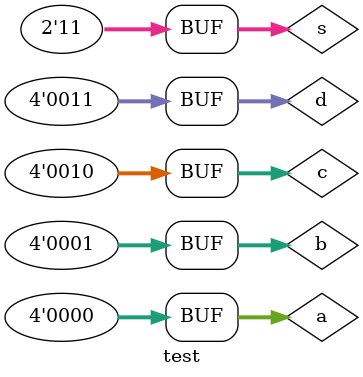
<source format=sv>
`timescale 1 ns / 1 ns

module test;
    reg [3:0] a;
    reg [3:0] b;
    reg [3:0] c;
    reg [3:0] d;
    reg [1:0] s;
    wire [3:0] y;

    mux4 UUT (.a(a), .b(b), .c(c), .d(d), .s(s),  .y(y));
    initial
      begin
        $dumpfile("waveforms.vcd");
        $dumpvars(0,test);
      end
    initial
        begin
            a = 0;
            b = 1;
            c = 2;
            d = 3;
            s = 0;
            #100;
            s = 1;
            #100;
            s = 2;
            #100;
            s = 3;
            #100;
        end

    initial
    $monitor("%b %b %b %b %b %b", a, b, c, d, s, y);

endmodule
</source>
